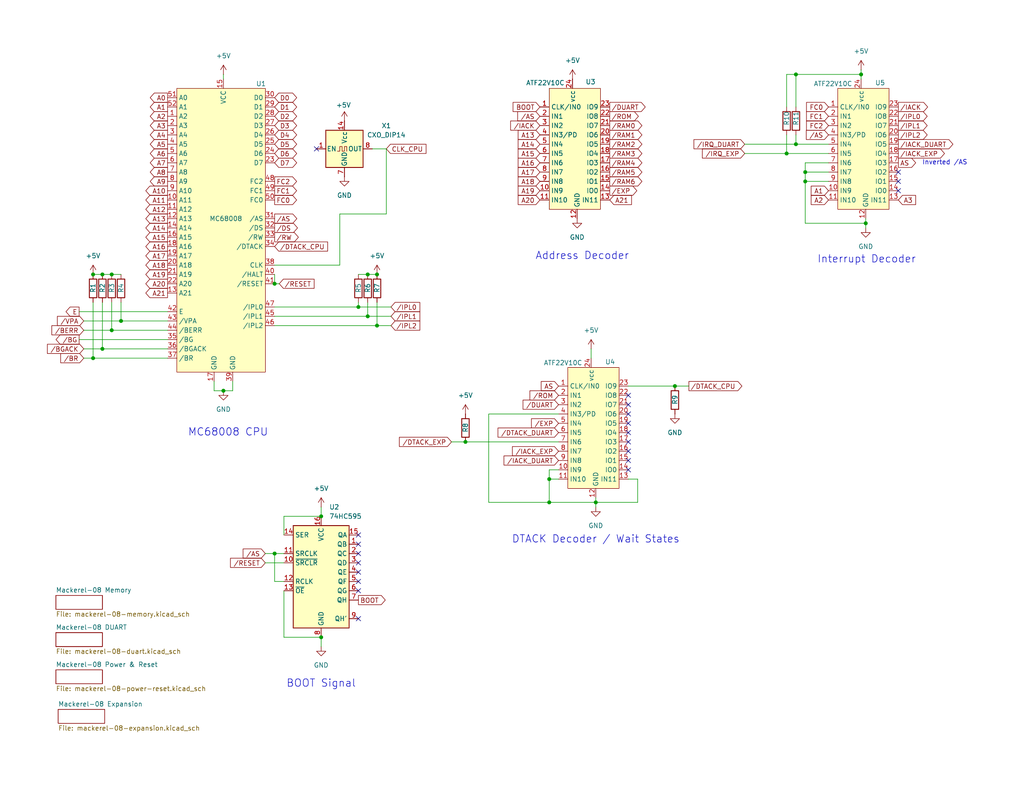
<source format=kicad_sch>
(kicad_sch (version 20231120) (generator "eeschema") (generator_version "8.0")
  (paper "A")
  (title_block (title "Mackerel-08 SBC v1") (date "2024-06-22") (rev "1.0a") (company "Colin Maykish") (comment 1 "github.com/crmaykish/mackerel-68k"))
  (lib_symbols
    (symbol "74xx:74HC595"
      (property "Reference" "U" (at -7.62 13.97 0))
      (property "Value" "74HC595" (at -7.62 -16.51 0))
      (symbol "74HC595_1_0"
        (pin tri_state line (at 10.16 7.62 180) (length 2.54) (name "QB") (number "1"))
        (pin input line (at -10.16 2.54 0) (length 2.54) (name "~{SRCLR}") (number "10"))
        (pin input line (at -10.16 5.08 0) (length 2.54) (name "SRCLK") (number "11"))
        (pin input line (at -10.16 -2.54 0) (length 2.54) (name "RCLK") (number "12"))
        (pin input line (at -10.16 -5.08 0) (length 2.54) (name "~{OE}") (number "13"))
        (pin input line (at -10.16 10.16 0) (length 2.54) (name "SER") (number "14"))
        (pin tri_state line (at 10.16 10.16 180) (length 2.54) (name "QA") (number "15"))
        (pin power_in line (at 0 15.24 270) (length 2.54) (name "VCC") (number "16"))
        (pin tri_state line (at 10.16 5.08 180) (length 2.54) (name "QC") (number "2"))
        (pin tri_state line (at 10.16 2.54 180) (length 2.54) (name "QD") (number "3"))
        (pin tri_state line (at 10.16 0 180) (length 2.54) (name "QE") (number "4"))
        (pin tri_state line (at 10.16 -2.54 180) (length 2.54) (name "QF") (number "5"))
        (pin tri_state line (at 10.16 -5.08 180) (length 2.54) (name "QG") (number "6"))
        (pin tri_state line (at 10.16 -7.62 180) (length 2.54) (name "QH") (number "7"))
        (pin power_in line (at 0 -17.78 90) (length 2.54) (name "GND") (number "8"))
        (pin output line (at 10.16 -12.7 180) (length 2.54) (name "QH'") (number "9"))
      )
      (symbol "74HC595_1_1"
        (rectangle (start -7.62 12.7) (end 7.62 -15.24) (stroke (width 0.254)) (fill (type background)))
      )
    )
    (symbol "Device:R" (pin_numbers hide) (pin_names (offset 0))
      (property "Reference" "R" (at 2.032 0 90))
      (property "Value" "R" (at 0 0 90))
      (symbol "R_0_1"
        (rectangle (start -1.016 -2.54) (end 1.016 2.54) (stroke (width 0.254)))
      )
      (symbol "R_1_1"
        (pin passive line (at 0 3.81 270) (length 1.27) (name "~") (number "1"))
        (pin passive line (at 0 -3.81 90) (length 1.27) (name "~") (number "2"))
      )
    )
    (symbol "Oscillator:CXO_DIP14" (pin_names (offset 0.254))
      (property "Reference" "X" (at -5.08 6.35 0))
      (property "Value" "CXO_DIP14" (at 1.27 -6.35 0))
      (symbol "CXO_DIP14_0_1"
        (rectangle (start -5.08 5.08) (end 5.08 -5.08) (stroke (width 0.254)) (fill (type background)))
        (polyline (pts (xy -1.905 -0.635) (xy -1.27 -0.635) (xy -1.27 0.635) (xy -0.635 0.635) (xy -0.635 -0.635) (xy 0 -0.635) (xy 0 0.635) (xy 0.635 0.635) (xy 0.635 -0.635)))
      )
      (symbol "CXO_DIP14_1_1"
        (pin input line (at -7.62 0 0) (length 2.54) (name "EN") (number "1"))
        (pin power_in line (at 0 7.62 270) (length 2.54) (name "Vcc") (number "14"))
        (pin power_in line (at 0 -7.62 90) (length 2.54) (name "GND") (number "7"))
        (pin output line (at 7.62 0 180) (length 2.54) (name "OUT") (number "8"))
      )
    )
    (symbol "mackerel-68k-symbols:ATF22V10C"
      (property "Reference" "U" (at 1.27 30.48 0))
      (property "Value" "ATF22V10C" (at -12.7 30.48 0))
      (symbol "ATF22V10C_0_1"
        (rectangle (start -10.16 29.21) (end 3.81 -3.81) (fill (type background)))
      )
      (symbol "ATF22V10C_1_1"
        (pin input line (at -12.7 24.13 0) (length 2.54) (name "CLK/IN0") (number "1"))
        (pin input line (at -12.7 1.27 0) (length 2.54) (name "IN9") (number "10"))
        (pin input line (at -12.7 -1.27 0) (length 2.54) (name "IN10") (number "11"))
        (pin power_in line (at -2.54 -6.35 90) (length 2.54) (name "GND") (number "12"))
        (pin input line (at 6.35 -1.27 180) (length 2.54) (name "IN11") (number "13"))
        (pin bidirectional line (at 6.35 1.27 180) (length 2.54) (name "IO0") (number "14"))
        (pin bidirectional line (at 6.35 3.81 180) (length 2.54) (name "IO1") (number "15"))
        (pin bidirectional line (at 6.35 6.35 180) (length 2.54) (name "IO2") (number "16"))
        (pin bidirectional line (at 6.35 8.89 180) (length 2.54) (name "IO3") (number "17"))
        (pin bidirectional line (at 6.35 11.43 180) (length 2.54) (name "IO4") (number "18"))
        (pin bidirectional line (at 6.35 13.97 180) (length 2.54) (name "IO5") (number "19"))
        (pin input line (at -12.7 21.59 0) (length 2.54) (name "IN1") (number "2"))
        (pin bidirectional line (at 6.35 16.51 180) (length 2.54) (name "IO6") (number "20"))
        (pin bidirectional line (at 6.35 19.05 180) (length 2.54) (name "IO7") (number "21"))
        (pin bidirectional line (at 6.35 21.59 180) (length 2.54) (name "IO8") (number "22"))
        (pin bidirectional line (at 6.35 24.13 180) (length 2.54) (name "IO9") (number "23"))
        (pin power_in line (at -3.81 31.75 270) (length 2.54) (name "vcc") (number "24"))
        (pin input line (at -12.7 19.05 0) (length 2.54) (name "IN2") (number "3"))
        (pin input line (at -12.7 16.51 0) (length 2.54) (name "IN3/PD") (number "4"))
        (pin input line (at -12.7 13.97 0) (length 2.54) (name "IN4") (number "5"))
        (pin input line (at -12.7 11.43 0) (length 2.54) (name "IN5") (number "6"))
        (pin input line (at -12.7 8.89 0) (length 2.54) (name "IN6") (number "7"))
        (pin input line (at -12.7 6.35 0) (length 2.54) (name "IN7") (number "8"))
        (pin input line (at -12.7 3.81 0) (length 2.54) (name "IN8") (number "9"))
      )
    )
    (symbol "mackerel-68k-symbols:MC68008"
      (property "Reference" "U" (at 8.89 36.83 0))
      (property "Value" "MC68008" (at 0 -1.27 0))
      (symbol "MC68008_0_1"
        (rectangle (start -12.7 35.56) (end 11.43 -41.91) (fill (type background)))
      )
      (symbol "MC68008_1_1"
        (pin output line (at -15.24 27.94 0) (length 2.54) (name "A2") (number "1"))
        (pin output line (at -15.24 5.08 0) (length 2.54) (name "A11") (number "10"))
        (pin output line (at -15.24 2.54 0) (length 2.54) (name "A12") (number "11"))
        (pin output line (at -15.24 0 0) (length 2.54) (name "A13") (number "12"))
        (pin output line (at -15.24 -20.32 0) (length 2.54) (name "A21") (number "13"))
        (pin output line (at -15.24 -2.54 0) (length 2.54) (name "A14") (number "14"))
        (pin power_in line (at 0 38.1 270) (length 2.54) (name "VCC") (number "15"))
        (pin output line (at -15.24 -5.08 0) (length 2.54) (name "A15") (number "16"))
        (pin power_in line (at -2.54 -44.45 90) (length 2.54) (name "GND") (number "17"))
        (pin output line (at -15.24 -7.62 0) (length 2.54) (name "A16") (number "18"))
        (pin output line (at -15.24 -10.16 0) (length 2.54) (name "A17") (number "19"))
        (pin output line (at -15.24 25.4 0) (length 2.54) (name "A3") (number "2"))
        (pin output line (at -15.24 -12.7 0) (length 2.54) (name "A18") (number "20"))
        (pin output line (at -15.24 -15.24 0) (length 2.54) (name "A19") (number "21"))
        (pin output line (at -15.24 -17.78 0) (length 2.54) (name "A20") (number "22"))
        (pin bidirectional line (at 13.97 15.24 180) (length 2.54) (name "D7") (number "23"))
        (pin bidirectional line (at 13.97 17.78 180) (length 2.54) (name "D6") (number "24"))
        (pin bidirectional line (at 13.97 20.32 180) (length 2.54) (name "D5") (number "25"))
        (pin bidirectional line (at 13.97 22.86 180) (length 2.54) (name "D4") (number "26"))
        (pin bidirectional line (at 13.97 25.4 180) (length 2.54) (name "D3") (number "27"))
        (pin bidirectional line (at 13.97 27.94 180) (length 2.54) (name "D2") (number "28"))
        (pin bidirectional line (at 13.97 30.48 180) (length 2.54) (name "D1") (number "29"))
        (pin output line (at -15.24 22.86 0) (length 2.54) (name "A4") (number "3"))
        (pin bidirectional line (at 13.97 33.02 180) (length 2.54) (name "D0") (number "30"))
        (pin output line (at 13.97 0 180) (length 2.54) (name "/AS") (number "31"))
        (pin output line (at 13.97 -2.54 180) (length 2.54) (name "/DS") (number "32"))
        (pin output line (at 13.97 -5.08 180) (length 2.54) (name "/RW") (number "33"))
        (pin input line (at 13.97 -7.62 180) (length 2.54) (name "/DTACK") (number "34"))
        (pin output line (at -15.24 -33.02 0) (length 2.54) (name "/BG") (number "35"))
        (pin output line (at -15.24 -35.56 0) (length 2.54) (name "/BGACK") (number "36"))
        (pin output line (at -15.24 -38.1 0) (length 2.54) (name "/BR") (number "37"))
        (pin input line (at 13.97 -12.7 180) (length 2.54) (name "CLK") (number "38"))
        (pin power_in line (at 2.54 -44.45 90) (length 2.54) (name "GND") (number "39"))
        (pin output line (at -15.24 20.32 0) (length 2.54) (name "A5") (number "4"))
        (pin input line (at 13.97 -15.24 180) (length 2.54) (name "/HALT") (number "40"))
        (pin input line (at 13.97 -17.78 180) (length 2.54) (name "/RESET") (number "41"))
        (pin output line (at -15.24 -25.4 0) (length 2.54) (name "E") (number "42"))
        (pin output line (at -15.24 -27.94 0) (length 2.54) (name "/VPA") (number "43"))
        (pin output line (at -15.24 -30.48 0) (length 2.54) (name "/BERR") (number "44"))
        (pin input line (at 13.97 -26.67 180) (length 2.54) (name "/IPL1") (number "45"))
        (pin input line (at 13.97 -29.21 180) (length 2.54) (name "/IPL2") (number "46"))
        (pin input line (at 13.97 -24.13 180) (length 2.54) (name "/IPL0") (number "47"))
        (pin output line (at 13.97 10.16 180) (length 2.54) (name "FC2") (number "48"))
        (pin output line (at 13.97 7.62 180) (length 2.54) (name "FC1") (number "49"))
        (pin output line (at -15.24 17.78 0) (length 2.54) (name "A6") (number "5"))
        (pin output line (at 13.97 5.08 180) (length 2.54) (name "FC0") (number "50"))
        (pin output line (at -15.24 33.02 0) (length 2.54) (name "A0") (number "51"))
        (pin output line (at -15.24 30.48 0) (length 2.54) (name "A1") (number "52"))
        (pin output line (at -15.24 15.24 0) (length 2.54) (name "A7") (number "6"))
        (pin output line (at -15.24 12.7 0) (length 2.54) (name "A8") (number "7"))
        (pin output line (at -15.24 10.16 0) (length 2.54) (name "A9") (number "8"))
        (pin output line (at -15.24 7.62 0) (length 2.54) (name "A10") (number "9"))
      )
    )
    (symbol "power:+5V" (power) (pin_numbers hide) (pin_names (offset 0) hide)
      (property "Value" "+5V" (at 0 3.556 0))
      (symbol "+5V_0_1"
        (polyline (pts (xy -0.762 1.27) (xy 0 2.54)))
        (polyline (pts (xy 0 0) (xy 0 2.54)))
        (polyline (pts (xy 0 2.54) (xy 0.762 1.27)))
      )
      (symbol "+5V_1_1"
        (pin power_in line (at 0 0 90) (length 0) (name "~") (number "1"))
      )
    )
    (symbol "power:GND" (power) (pin_numbers hide) (pin_names (offset 0) hide)
      (property "Value" "GND" (at 0 -3.81 0))
      (symbol "GND_0_1"
        (polyline (pts (xy 0 0) (xy 0 -1.27) (xy 1.27 -1.27) (xy 0 -2.54) (xy -1.27 -1.27) (xy 0 -1.27)))
      )
      (symbol "GND_1_1"
        (pin power_in line (at 0 0 270) (length 0) (name "~") (number "1"))
      )
    )
  )
  (bus_alias "A" (members "A0" "A1" "A2" "A3" "A4" "A5" "A6" "A7" "A8" "A19" "A10" "A11" "A12" "A13" "A14" "A15" "A16" "A17" "A18" "A20" "A9" "A21"))
  (bus_alias "D" (members "D0" "D1" "D2" "D3" "D4" "D5" "D6" "D7"))
  (junction (at 27.94 95.25))
  (junction (at 184.15 105.41))
  (junction (at 74.93 151.13))
  (junction (at 162.56 137.16))
  (junction (at 219.71 49.53))
  (junction (at 217.17 20.32))
  (junction (at 60.96 106.68))
  (junction (at 234.95 20.32))
  (junction (at 149.86 130.81))
  (junction (at 236.22 60.96))
  (junction (at 100.33 86.36))
  (junction (at 25.4 97.79))
  (junction (at 87.63 173.99))
  (junction (at 217.17 39.37))
  (junction (at 127 120.65))
  (junction (at 149.86 137.16))
  (junction (at 27.94 74.93))
  (junction (at 219.71 46.99))
  (junction (at 102.87 74.93))
  (junction (at 25.4 74.93))
  (junction (at 97.79 83.82))
  (junction (at 87.63 140.97))
  (junction (at 33.02 87.63))
  (junction (at 74.93 77.47))
  (junction (at 100.33 74.93))
  (junction (at 30.48 74.93))
  (junction (at 102.87 88.9))
  (junction (at 30.48 90.17))
  (junction (at 214.63 41.91))
  (no_connect (at 97.79 156.21))
  (no_connect (at 245.11 49.53))
  (no_connect (at 171.45 115.57))
  (no_connect (at 171.45 123.19))
  (no_connect (at 171.45 128.27))
  (no_connect (at 97.79 161.29))
  (no_connect (at 245.11 52.07))
  (no_connect (at 171.45 125.73))
  (no_connect (at 97.79 148.59))
  (no_connect (at 97.79 158.75))
  (no_connect (at 171.45 120.65))
  (no_connect (at 171.45 113.03))
  (no_connect (at 171.45 110.49))
  (no_connect (at 245.11 46.99))
  (no_connect (at 171.45 118.11))
  (no_connect (at 97.79 146.05))
  (no_connect (at 97.79 151.13))
  (no_connect (at 171.45 107.95))
  (no_connect (at 97.79 153.67))
  (no_connect (at 97.79 168.91))
  (no_connect (at 86.36 40.64))
  (wire (pts (xy 219.71 44.45) (xy 219.71 46.99)))
  (wire (pts (xy 87.63 140.97) (xy 77.47 140.97)))
  (wire (pts (xy 106.68 88.9) (xy 102.87 88.9)))
  (wire (pts (xy 87.63 173.99) (xy 77.47 173.99)))
  (wire (pts (xy 171.45 105.41) (xy 184.15 105.41)))
  (wire (pts (xy 184.15 105.41) (xy 187.96 105.41)))
  (wire (pts (xy 102.87 82.55) (xy 102.87 88.9)))
  (wire (pts (xy 74.93 158.75) (xy 77.47 158.75)))
  (wire (pts (xy 133.35 113.03) (xy 133.35 137.16)))
  (wire (pts (xy 234.95 20.32) (xy 234.95 21.59)))
  (wire (pts (xy 100.33 82.55) (xy 100.33 86.36)))
  (wire (pts (xy 105.41 58.42) (xy 105.41 40.64)))
  (wire (pts (xy 87.63 173.99) (xy 87.63 176.53)))
  (wire (pts (xy 123.19 120.65) (xy 127 120.65)))
  (wire (pts (xy 74.93 72.39) (xy 92.71 72.39)))
  (wire (pts (xy 236.22 60.96) (xy 236.22 59.69)))
  (wire (pts (xy 21.59 85.09) (xy 45.72 85.09)))
  (wire (pts (xy 226.06 49.53) (xy 219.71 49.53)))
  (wire (pts (xy 100.33 86.36) (xy 74.93 86.36)))
  (wire (pts (xy 33.02 87.63) (xy 45.72 87.63)))
  (wire (pts (xy 127 120.65) (xy 152.4 120.65)))
  (wire (pts (xy 74.93 151.13) (xy 77.47 151.13)))
  (wire (pts (xy 58.42 106.68) (xy 60.96 106.68)))
  (wire (pts (xy 152.4 130.81) (xy 149.86 130.81)))
  (wire (pts (xy 173.99 137.16) (xy 162.56 137.16)))
  (wire (pts (xy 97.79 82.55) (xy 97.79 83.82)))
  (wire (pts (xy 152.4 113.03) (xy 133.35 113.03)))
  (wire (pts (xy 105.41 40.64) (xy 101.6 40.64)))
  (wire (pts (xy 214.63 41.91) (xy 226.06 41.91)))
  (wire (pts (xy 30.48 82.55) (xy 30.48 90.17)))
  (wire (pts (xy 203.2 41.91) (xy 214.63 41.91)))
  (wire (pts (xy 226.06 46.99) (xy 219.71 46.99)))
  (wire (pts (xy 203.2 39.37) (xy 217.17 39.37)))
  (wire (pts (xy 149.86 137.16) (xy 162.56 137.16)))
  (wire (pts (xy 217.17 39.37) (xy 226.06 39.37)))
  (wire (pts (xy 33.02 82.55) (xy 33.02 87.63)))
  (wire (pts (xy 162.56 137.16) (xy 162.56 135.89)))
  (wire (pts (xy 58.42 104.14) (xy 58.42 106.68)))
  (wire (pts (xy 97.79 74.93) (xy 100.33 74.93)))
  (wire (pts (xy 63.5 106.68) (xy 60.96 106.68)))
  (wire (pts (xy 161.29 95.25) (xy 161.29 97.79)))
  (wire (pts (xy 214.63 29.21) (xy 214.63 20.32)))
  (wire (pts (xy 149.86 130.81) (xy 149.86 137.16)))
  (wire (pts (xy 217.17 36.83) (xy 217.17 39.37)))
  (wire (pts (xy 219.71 46.99) (xy 219.71 49.53)))
  (wire (pts (xy 219.71 49.53) (xy 219.71 60.96)))
  (wire (pts (xy 92.71 72.39) (xy 92.71 58.42)))
  (wire (pts (xy 217.17 20.32) (xy 217.17 29.21)))
  (wire (pts (xy 106.68 86.36) (xy 100.33 86.36)))
  (wire (pts (xy 92.71 58.42) (xy 105.41 58.42)))
  (wire (pts (xy 214.63 36.83) (xy 214.63 41.91)))
  (wire (pts (xy 102.87 88.9) (xy 74.93 88.9)))
  (wire (pts (xy 27.94 82.55) (xy 27.94 95.25)))
  (wire (pts (xy 21.59 92.71) (xy 45.72 92.71)))
  (wire (pts (xy 234.95 19.05) (xy 234.95 20.32)))
  (wire (pts (xy 25.4 74.93) (xy 27.94 74.93)))
  (wire (pts (xy 97.79 83.82) (xy 74.93 83.82)))
  (wire (pts (xy 100.33 74.93) (xy 102.87 74.93)))
  (wire (pts (xy 149.86 128.27) (xy 149.86 130.81)))
  (wire (pts (xy 87.63 138.43) (xy 87.63 140.97)))
  (wire (pts (xy 22.86 95.25) (xy 27.94 95.25)))
  (wire (pts (xy 152.4 128.27) (xy 149.86 128.27)))
  (wire (pts (xy 236.22 62.23) (xy 236.22 60.96)))
  (wire (pts (xy 45.72 97.79) (xy 25.4 97.79)))
  (wire (pts (xy 22.86 97.79) (xy 25.4 97.79)))
  (wire (pts (xy 63.5 104.14) (xy 63.5 106.68)))
  (wire (pts (xy 72.39 151.13) (xy 74.93 151.13)))
  (wire (pts (xy 60.96 20.32) (xy 60.96 21.59)))
  (wire (pts (xy 74.93 74.93) (xy 74.93 77.47)))
  (wire (pts (xy 25.4 82.55) (xy 25.4 97.79)))
  (wire (pts (xy 74.93 158.75) (xy 74.93 151.13)))
  (wire (pts (xy 27.94 74.93) (xy 30.48 74.93)))
  (wire (pts (xy 22.86 87.63) (xy 33.02 87.63)))
  (wire (pts (xy 72.39 153.67) (xy 77.47 153.67)))
  (wire (pts (xy 30.48 74.93) (xy 33.02 74.93)))
  (wire (pts (xy 226.06 44.45) (xy 219.71 44.45)))
  (wire (pts (xy 173.99 130.81) (xy 173.99 137.16)))
  (wire (pts (xy 214.63 20.32) (xy 217.17 20.32)))
  (wire (pts (xy 77.47 173.99) (xy 77.47 161.29)))
  (wire (pts (xy 106.68 83.82) (xy 97.79 83.82)))
  (wire (pts (xy 45.72 95.25) (xy 27.94 95.25)))
  (wire (pts (xy 162.56 138.43) (xy 162.56 137.16)))
  (wire (pts (xy 77.47 140.97) (xy 77.47 146.05)))
  (wire (pts (xy 76.2 77.47) (xy 74.93 77.47)))
  (wire (pts (xy 171.45 130.81) (xy 173.99 130.81)))
  (wire (pts (xy 45.72 90.17) (xy 30.48 90.17)))
  (wire (pts (xy 219.71 60.96) (xy 236.22 60.96)))
  (wire (pts (xy 22.86 90.17) (xy 30.48 90.17)))
  (wire (pts (xy 217.17 20.32) (xy 234.95 20.32)))
  (wire (pts (xy 133.35 137.16) (xy 149.86 137.16)))
  (text "DTACK Decoder / Wait States" (at 162.56 147.32 0) (effects (font (size 2.032 2.032))))
  (text "MC68008 CPU" (at 62.23 118.11 0) (effects (font (size 2.032 2.032))))
  (text "Inverted /AS" (at 257.81 44.45 0) (effects (font (size 1.27 1.27))))
  (text "BOOT Signal" (at 87.63 186.69 0) (effects (font (size 2.032 2.032))))
  (text "Interrupt Decoder" (at 236.474 70.866 0) (effects (font (size 2.032 2.032))))
  (text "Address Decoder" (at 146.05 71.12 0) (effects (font (size 2.032 2.032)) (justify left bottom)))
  (global_label "A19" (shape input) (at 147.32 52.07 180) (property "Intersheetrefs" "${INTERSHEET_REFS}" (effects (hide yes))))
  (global_label "A12" (shape output) (at 45.72 57.15 180) (property "Intersheetrefs" "${INTERSHEET_REFS}" (effects (hide yes))))
  (global_label "A7" (shape output) (at 45.72 44.45 180) (property "Intersheetrefs" "${INTERSHEET_REFS}" (effects (hide yes))))
  (global_label "A6" (shape output) (at 45.72 41.91 180) (property "Intersheetrefs" "${INTERSHEET_REFS}" (effects (hide yes))))
  (global_label "{slash}IPL1" (shape input) (at 106.68 86.36 0) (property "Intersheetrefs" "${INTERSHEET_REFS}" (effects (hide yes))))
  (global_label "D5" (shape bidirectional) (at 74.93 39.37 0) (property "Intersheetrefs" "${INTERSHEET_REFS}" (effects (hide yes))))
  (global_label "{slash}RAM0" (shape output) (at 166.37 34.29 0) (property "Intersheetrefs" "${INTERSHEET_REFS}" (effects (hide yes))))
  (global_label "{slash}IRQ_DUART" (shape input) (at 203.2 39.37 180) (property "Intersheetrefs" "${INTERSHEET_REFS}" (effects (hide yes))))
  (global_label "{slash}AS" (shape input) (at 147.32 31.75 180) (property "Intersheetrefs" "${INTERSHEET_REFS}" (effects (hide yes))))
  (global_label "BOOT" (shape output) (at 97.79 163.83 0) (property "Intersheetrefs" "${INTERSHEET_REFS}" (effects (hide yes))))
  (global_label "{slash}DTACK_CPU" (shape output) (at 187.96 105.41 0) (property "Intersheetrefs" "${INTERSHEET_REFS}" (effects (hide yes))))
  (global_label "E" (shape output) (at 21.59 85.09 180) (property "Intersheetrefs" "${INTERSHEET_REFS}" (effects (hide yes))))
  (global_label "A15" (shape output) (at 45.72 64.77 180) (property "Intersheetrefs" "${INTERSHEET_REFS}" (effects (hide yes))))
  (global_label "A15" (shape input) (at 147.32 41.91 180) (property "Intersheetrefs" "${INTERSHEET_REFS}" (effects (hide yes))))
  (global_label "AS" (shape output) (at 245.11 44.45 0) (property "Intersheetrefs" "${INTERSHEET_REFS}" (effects (hide yes))))
  (global_label "A10" (shape output) (at 45.72 52.07 180) (property "Intersheetrefs" "${INTERSHEET_REFS}" (effects (hide yes))))
  (global_label "{slash}RAM5" (shape output) (at 166.37 46.99 0) (property "Intersheetrefs" "${INTERSHEET_REFS}" (effects (hide yes))))
  (global_label "{slash}RW" (shape output) (at 74.93 64.77 0) (property "Intersheetrefs" "${INTERSHEET_REFS}" (effects (hide yes))))
  (global_label "A20" (shape input) (at 147.32 54.61 180) (property "Intersheetrefs" "${INTERSHEET_REFS}" (effects (hide yes))))
  (global_label "A3" (shape input) (at 245.11 54.61 0) (property "Intersheetrefs" "${INTERSHEET_REFS}" (effects (hide yes))))
  (global_label "{slash}DUART" (shape output) (at 166.37 29.21 0) (property "Intersheetrefs" "${INTERSHEET_REFS}" (effects (hide yes))))
  (global_label "{slash}BERR" (shape input) (at 22.86 90.17 180) (property "Intersheetrefs" "${INTERSHEET_REFS}" (effects (hide yes))))
  (global_label "{slash}BG" (shape output) (at 21.59 92.71 180) (property "Intersheetrefs" "${INTERSHEET_REFS}" (effects (hide yes))))
  (global_label "A14" (shape output) (at 45.72 62.23 180) (property "Intersheetrefs" "${INTERSHEET_REFS}" (effects (hide yes))))
  (global_label "CLK_CPU" (shape input) (at 105.41 40.64 0) (property "Intersheetrefs" "${INTERSHEET_REFS}" (effects (hide yes))))
  (global_label "A13" (shape input) (at 147.32 36.83 180) (property "Intersheetrefs" "${INTERSHEET_REFS}" (effects (hide yes))))
  (global_label "A18" (shape output) (at 45.72 72.39 180) (property "Intersheetrefs" "${INTERSHEET_REFS}" (effects (hide yes))))
  (global_label "{slash}IPL1" (shape output) (at 245.11 34.29 0) (property "Intersheetrefs" "${INTERSHEET_REFS}" (effects (hide yes))))
  (global_label "A4" (shape output) (at 45.72 36.83 180) (property "Intersheetrefs" "${INTERSHEET_REFS}" (effects (hide yes))))
  (global_label "{slash}RAM3" (shape output) (at 166.37 41.91 0) (property "Intersheetrefs" "${INTERSHEET_REFS}" (effects (hide yes))))
  (global_label "{slash}IACK" (shape output) (at 245.11 29.21 0) (property "Intersheetrefs" "${INTERSHEET_REFS}" (effects (hide yes))))
  (global_label "A20" (shape output) (at 45.72 77.47 180) (property "Intersheetrefs" "${INTERSHEET_REFS}" (effects (hide yes))))
  (global_label "{slash}IACK_EXP" (shape output) (at 245.11 41.91 0) (property "Intersheetrefs" "${INTERSHEET_REFS}" (effects (hide yes))))
  (global_label "{slash}RAM1" (shape output) (at 166.37 36.83 0) (property "Intersheetrefs" "${INTERSHEET_REFS}" (effects (hide yes))))
  (global_label "AS" (shape input) (at 152.4 105.41 180) (property "Intersheetrefs" "${INTERSHEET_REFS}" (effects (hide yes))))
  (global_label "A21" (shape output) (at 45.72 80.01 180) (property "Intersheetrefs" "${INTERSHEET_REFS}" (effects (hide yes))))
  (global_label "{slash}IACK_EXP" (shape input) (at 152.4 123.19 180) (property "Intersheetrefs" "${INTERSHEET_REFS}" (effects (hide yes))))
  (global_label "A16" (shape input) (at 147.32 44.45 180) (property "Intersheetrefs" "${INTERSHEET_REFS}" (effects (hide yes))))
  (global_label "{slash}IACK" (shape input) (at 147.32 34.29 180) (property "Intersheetrefs" "${INTERSHEET_REFS}" (effects (hide yes))))
  (global_label "{slash}RAM6" (shape output) (at 166.37 49.53 0) (property "Intersheetrefs" "${INTERSHEET_REFS}" (effects (hide yes))))
  (global_label "A17" (shape input) (at 147.32 46.99 180) (property "Intersheetrefs" "${INTERSHEET_REFS}" (effects (hide yes))))
  (global_label "A16" (shape output) (at 45.72 67.31 180) (property "Intersheetrefs" "${INTERSHEET_REFS}" (effects (hide yes))))
  (global_label "{slash}EXP" (shape input) (at 152.4 115.57 180) (property "Intersheetrefs" "${INTERSHEET_REFS}" (effects (hide yes))))
  (global_label "A19" (shape output) (at 45.72 74.93 180) (property "Intersheetrefs" "${INTERSHEET_REFS}" (effects (hide yes))))
  (global_label "{slash}AS" (shape output) (at 74.93 59.69 0) (property "Intersheetrefs" "${INTERSHEET_REFS}" (effects (hide yes))))
  (global_label "A5" (shape output) (at 45.72 39.37 180) (property "Intersheetrefs" "${INTERSHEET_REFS}" (effects (hide yes))))
  (global_label "A13" (shape output) (at 45.72 59.69 180) (property "Intersheetrefs" "${INTERSHEET_REFS}" (effects (hide yes))))
  (global_label "BOOT" (shape input) (at 147.32 29.21 180) (property "Intersheetrefs" "${INTERSHEET_REFS}" (effects (hide yes))))
  (global_label "{slash}IPL0" (shape input) (at 106.68 83.82 0) (property "Intersheetrefs" "${INTERSHEET_REFS}" (effects (hide yes))))
  (global_label "A1" (shape output) (at 45.72 29.21 180) (property "Intersheetrefs" "${INTERSHEET_REFS}" (effects (hide yes))))
  (global_label "D6" (shape bidirectional) (at 74.93 41.91 0) (property "Intersheetrefs" "${INTERSHEET_REFS}" (effects (hide yes))))
  (global_label "D3" (shape bidirectional) (at 74.93 34.29 0) (property "Intersheetrefs" "${INTERSHEET_REFS}" (effects (hide yes))))
  (global_label "{slash}DTACK_CPU" (shape input) (at 74.93 67.31 0) (property "Intersheetrefs" "${INTERSHEET_REFS}" (effects (hide yes))))
  (global_label "D1" (shape bidirectional) (at 74.93 29.21 0) (property "Intersheetrefs" "${INTERSHEET_REFS}" (effects (hide yes))))
  (global_label "{slash}IPL2" (shape input) (at 106.68 88.9 0) (property "Intersheetrefs" "${INTERSHEET_REFS}" (effects (hide yes))))
  (global_label "A21" (shape input) (at 166.37 54.61 0) (property "Intersheetrefs" "${INTERSHEET_REFS}" (effects (hide yes))))
  (global_label "A18" (shape input) (at 147.32 49.53 180) (property "Intersheetrefs" "${INTERSHEET_REFS}" (effects (hide yes))))
  (global_label "A1" (shape input) (at 226.06 52.07 180) (property "Intersheetrefs" "${INTERSHEET_REFS}" (effects (hide yes))))
  (global_label "A3" (shape output) (at 45.72 34.29 180) (property "Intersheetrefs" "${INTERSHEET_REFS}" (effects (hide yes))))
  (global_label "FC0" (shape output) (at 74.93 54.61 0) (property "Intersheetrefs" "${INTERSHEET_REFS}" (effects (hide yes))))
  (global_label "{slash}DUART" (shape input) (at 152.4 110.49 180) (property "Intersheetrefs" "${INTERSHEET_REFS}" (effects (hide yes))))
  (global_label "{slash}DTACK_DUART" (shape input) (at 152.4 118.11 180) (property "Intersheetrefs" "${INTERSHEET_REFS}" (effects (hide yes))))
  (global_label "A9" (shape output) (at 45.72 49.53 180) (property "Intersheetrefs" "${INTERSHEET_REFS}" (effects (hide yes))))
  (global_label "D0" (shape bidirectional) (at 74.93 26.67 0) (property "Intersheetrefs" "${INTERSHEET_REFS}" (effects (hide yes))))
  (global_label "D2" (shape bidirectional) (at 74.93 31.75 0) (property "Intersheetrefs" "${INTERSHEET_REFS}" (effects (hide yes))))
  (global_label "{slash}RAM2" (shape output) (at 166.37 39.37 0) (property "Intersheetrefs" "${INTERSHEET_REFS}" (effects (hide yes))))
  (global_label "FC2" (shape output) (at 74.93 49.53 0) (property "Intersheetrefs" "${INTERSHEET_REFS}" (effects (hide yes))))
  (global_label "{slash}IACK_DUART" (shape input) (at 152.4 125.73 180) (property "Intersheetrefs" "${INTERSHEET_REFS}" (effects (hide yes))))
  (global_label "A2" (shape output) (at 45.72 31.75 180) (property "Intersheetrefs" "${INTERSHEET_REFS}" (effects (hide yes))))
  (global_label "FC1" (shape output) (at 74.93 52.07 0) (property "Intersheetrefs" "${INTERSHEET_REFS}" (effects (hide yes))))
  (global_label "{slash}IACK_DUART" (shape output) (at 245.11 39.37 0) (property "Intersheetrefs" "${INTERSHEET_REFS}" (effects (hide yes))))
  (global_label "{slash}ROM" (shape input) (at 152.4 107.95 180) (property "Intersheetrefs" "${INTERSHEET_REFS}" (effects (hide yes))))
  (global_label "A11" (shape output) (at 45.72 54.61 180) (property "Intersheetrefs" "${INTERSHEET_REFS}" (effects (hide yes))))
  (global_label "A0" (shape output) (at 45.72 26.67 180) (property "Intersheetrefs" "${INTERSHEET_REFS}" (effects (hide yes))))
  (global_label "FC1" (shape input) (at 226.06 31.75 180) (property "Intersheetrefs" "${INTERSHEET_REFS}" (effects (hide yes))))
  (global_label "{slash}IPL0" (shape output) (at 245.11 31.75 0) (property "Intersheetrefs" "${INTERSHEET_REFS}" (effects (hide yes))))
  (global_label "{slash}RAM4" (shape output) (at 166.37 44.45 0) (property "Intersheetrefs" "${INTERSHEET_REFS}" (effects (hide yes))))
  (global_label "FC2" (shape input) (at 226.06 34.29 180) (property "Intersheetrefs" "${INTERSHEET_REFS}" (effects (hide yes))))
  (global_label "A2" (shape input) (at 226.06 54.61 180) (property "Intersheetrefs" "${INTERSHEET_REFS}" (effects (hide yes))))
  (global_label "{slash}DS" (shape output) (at 74.93 62.23 0) (property "Intersheetrefs" "${INTERSHEET_REFS}" (effects (hide yes))))
  (global_label "{slash}EXP" (shape output) (at 166.37 52.07 0) (property "Intersheetrefs" "${INTERSHEET_REFS}" (effects (hide yes))))
  (global_label "{slash}BR" (shape input) (at 22.86 97.79 180) (property "Intersheetrefs" "${INTERSHEET_REFS}" (effects (hide yes))))
  (global_label "{slash}DTACK_EXP" (shape input) (at 123.19 120.65 180) (property "Intersheetrefs" "${INTERSHEET_REFS}" (effects (hide yes))))
  (global_label "D7" (shape bidirectional) (at 74.93 44.45 0) (property "Intersheetrefs" "${INTERSHEET_REFS}" (effects (hide yes))))
  (global_label "A8" (shape output) (at 45.72 46.99 180) (property "Intersheetrefs" "${INTERSHEET_REFS}" (effects (hide yes))))
  (global_label "{slash}AS" (shape input) (at 226.06 36.83 180) (property "Intersheetrefs" "${INTERSHEET_REFS}" (effects (hide yes))))
  (global_label "{slash}IRQ_EXP" (shape input) (at 203.2 41.91 180) (property "Intersheetrefs" "${INTERSHEET_REFS}" (effects (hide yes))))
  (global_label "{slash}BGACK" (shape input) (at 22.86 95.25 180) (property "Intersheetrefs" "${INTERSHEET_REFS}" (effects (hide yes))))
  (global_label "A14" (shape input) (at 147.32 39.37 180) (property "Intersheetrefs" "${INTERSHEET_REFS}" (effects (hide yes))))
  (global_label "{slash}IPL2" (shape output) (at 245.11 36.83 0) (property "Intersheetrefs" "${INTERSHEET_REFS}" (effects (hide yes))))
  (global_label "{slash}RESET" (shape input) (at 72.39 153.67 180) (property "Intersheetrefs" "${INTERSHEET_REFS}" (effects (hide yes))))
  (global_label "D4" (shape bidirectional) (at 74.93 36.83 0) (property "Intersheetrefs" "${INTERSHEET_REFS}" (effects (hide yes))))
  (global_label "{slash}RESET" (shape input) (at 76.2 77.47 0) (property "Intersheetrefs" "${INTERSHEET_REFS}" (effects (hide yes))))
  (global_label "A17" (shape output) (at 45.72 69.85 180) (property "Intersheetrefs" "${INTERSHEET_REFS}" (effects (hide yes))))
  (global_label "{slash}VPA" (shape input) (at 22.86 87.63 180) (property "Intersheetrefs" "${INTERSHEET_REFS}" (effects (hide yes))))
  (global_label "{slash}ROM" (shape output) (at 166.37 31.75 0) (property "Intersheetrefs" "${INTERSHEET_REFS}" (effects (hide yes))))
  (global_label "{slash}AS" (shape input) (at 72.39 151.13 180) (property "Intersheetrefs" "${INTERSHEET_REFS}" (effects (hide yes))))
  (global_label "FC0" (shape input) (at 226.06 29.21 180) (property "Intersheetrefs" "${INTERSHEET_REFS}" (effects (hide yes))))
  (symbol (lib_id "power:+5V") (at 127 113.03 0) (unit 1)
    (property "Reference" "#PWR09" (effects (hide yes)))
    (property "Value" "+5V" (at 127 107.95 0))
    (property "Description" "Power symbol creates a global label with name \"+5V\"" (effects (hide yes)))
  )
  (symbol (lib_id "power:+5V") (at 60.96 20.32 0) (unit 1)
    (property "Reference" "#PWR02" (effects (hide yes)))
    (property "Value" "+5V" (at 60.96 15.24 0))
    (property "Description" "Power symbol creates a global label with name \"+5V\"" (effects (hide yes)))
  )
  (symbol (lib_id "Device:R") (at 27.94 78.74 180) (unit 1)
    (property "Reference" "R2" (at 27.94 80.01 90) (effects (justify right)))
    (property "Value" "R" (effects (hide yes)))
    (property "Footprint" "Resistor_SMD:R_1206_3216Metric_Pad1.30x1.75mm_HandSolder" (effects (hide yes)))
    (property "Description" "Resistor" (effects (hide yes)))
  )
  (symbol (lib_id "power:+5V") (at 93.98 33.02 0) (unit 1)
    (property "Reference" "#PWR06" (effects (hide yes)))
    (property "Value" "+5V" (at 93.726 28.702 0))
    (property "Description" "Power symbol creates a global label with name \"+5V\"" (effects (hide yes)))
  )
  (symbol (lib_id "Device:R") (at 214.63 33.02 0) (unit 1)
    (property "Reference" "R10" (at 214.63 34.29 90) (effects (justify left)))
    (property "Value" "R" (effects (hide yes)))
    (property "Footprint" "Resistor_SMD:R_1206_3216Metric_Pad1.30x1.75mm_HandSolder" (effects (hide yes)))
    (property "Description" "Resistor" (effects (hide yes)))
  )
  (symbol (lib_id "power:+5V") (at 161.29 95.25 0) (unit 1)
    (property "Reference" "#PWR012" (effects (hide yes)))
    (property "Value" "+5V" (at 161.29 90.17 0))
    (property "Description" "Power symbol creates a global label with name \"+5V\"" (effects (hide yes)))
  )
  (symbol (lib_id "power:GND") (at 236.22 62.23 0) (unit 1)
    (property "Reference" "#PWR016" (effects (hide yes)))
    (property "Value" "GND" (at 236.22 67.31 0))
    (property "Description" "Power symbol creates a global label with name \"GND\" , ground" (effects (hide yes)))
  )
  (symbol (lib_id "mackerel-68k-symbols:ATF22V10C") (at 165.1 129.54 0) (unit 1)
    (property "Reference" "U4" (at 165.1 98.806 0) (effects (justify left)))
    (property "Value" "ATF22V10C" (at 148.336 99.06 0) (effects (justify left)))
    (property "Footprint" "Package_DIP:DIP-24_W7.62mm" (effects (hide yes)))
  )
  (symbol (lib_id "mackerel-68k-symbols:ATF22V10C") (at 238.76 53.34 0) (unit 1)
    (property "Reference" "U5" (at 238.76 22.606 0) (effects (justify left)))
    (property "Value" "ATF22V10C" (at 221.996 22.86 0) (effects (justify left)))
    (property "Footprint" "Package_DIP:DIP-24_W7.62mm" (effects (hide yes)))
  )
  (symbol (lib_id "Oscillator:CXO_DIP14") (at 93.98 40.64 0) (unit 1)
    (property "Reference" "X1" (at 105.41 34.3214 0))
    (property "Value" "CXO_DIP14" (at 105.41 36.8614 0))
    (property "Footprint" "Oscillator:Oscillator_DIP-14" (effects (hide yes)))
    (property "Datasheet" "http://cdn-reichelt.de/documents/datenblatt/B400/OSZI.pdf" (effects (hide yes)))
    (property "Description" "Crystal Clock Oscillator, DIP14-style metal package" (effects (hide yes)))
  )
  (symbol (lib_id "power:GND") (at 162.56 138.43 0) (unit 1)
    (property "Reference" "#PWR013" (effects (hide yes)))
    (property "Value" "GND" (at 162.56 143.51 0))
    (property "Description" "Power symbol creates a global label with name \"GND\" , ground" (effects (hide yes)))
  )
  (symbol (lib_id "Device:R") (at 25.4 78.74 180) (unit 1)
    (property "Reference" "R1" (at 25.4 80.01 90) (effects (justify right)))
    (property "Value" "R" (effects (hide yes)))
    (property "Footprint" "Resistor_SMD:R_1206_3216Metric_Pad1.30x1.75mm_HandSolder" (effects (hide yes)))
    (property "Description" "Resistor" (effects (hide yes)))
  )
  (symbol (lib_id "power:GND") (at 157.48 59.69 0) (unit 1)
    (property "Reference" "#PWR011" (effects (hide yes)))
    (property "Value" "GND" (at 157.48 64.77 0))
    (property "Description" "Power symbol creates a global label with name \"GND\" , ground" (effects (hide yes)))
  )
  (symbol (lib_id "power:GND") (at 184.15 113.03 0) (unit 1)
    (property "Reference" "#PWR014" (effects (hide yes)))
    (property "Value" "GND" (at 184.15 118.11 0))
    (property "Description" "Power symbol creates a global label with name \"GND\" , ground" (effects (hide yes)))
  )
  (symbol (lib_id "Device:R") (at 100.33 78.74 180) (unit 1)
    (property "Reference" "R6" (at 100.33 80.01 90) (effects (justify right)))
    (property "Value" "R" (effects (hide yes)))
    (property "Footprint" "Resistor_SMD:R_1206_3216Metric_Pad1.30x1.75mm_HandSolder" (effects (hide yes)))
    (property "Description" "Resistor" (effects (hide yes)))
  )
  (symbol (lib_id "mackerel-68k-symbols:MC68008") (at 60.96 59.69 0) (unit 1)
    (property "Reference" "U1" (at 69.85 22.86 0) (effects (justify left)))
    (property "Value" "MC68008" (at 57.15 59.69 0) (effects (justify left)))
    (property "Footprint" "Package_LCC:PLCC-52_THT-Socket" (effects (hide yes)))
  )
  (symbol (lib_id "Device:R") (at 30.48 78.74 180) (unit 1)
    (property "Reference" "R3" (at 30.48 80.01 90) (effects (justify right)))
    (property "Value" "R" (effects (hide yes)))
    (property "Footprint" "Resistor_SMD:R_1206_3216Metric_Pad1.30x1.75mm_HandSolder" (effects (hide yes)))
    (property "Description" "Resistor" (effects (hide yes)))
  )
  (symbol (lib_id "Device:R") (at 102.87 78.74 180) (unit 1)
    (property "Reference" "R7" (at 102.87 80.01 90) (effects (justify right)))
    (property "Value" "R" (effects (hide yes)))
    (property "Footprint" "Resistor_SMD:R_1206_3216Metric_Pad1.30x1.75mm_HandSolder" (effects (hide yes)))
    (property "Description" "Resistor" (effects (hide yes)))
  )
  (symbol (lib_id "power:+5V") (at 234.95 19.05 0) (unit 1)
    (property "Reference" "#PWR015" (effects (hide yes)))
    (property "Value" "+5V" (at 234.95 13.97 0))
    (property "Description" "Power symbol creates a global label with name \"+5V\"" (effects (hide yes)))
  )
  (symbol (lib_id "Device:R") (at 33.02 78.74 180) (unit 1)
    (property "Reference" "R4" (at 33.02 80.01 90) (effects (justify right)))
    (property "Value" "R" (effects (hide yes)))
    (property "Footprint" "Resistor_SMD:R_1206_3216Metric_Pad1.30x1.75mm_HandSolder" (effects (hide yes)))
    (property "Description" "Resistor" (effects (hide yes)))
  )
  (symbol (lib_id "74xx:74HC595") (at 87.63 156.21 0) (unit 1)
    (property "Reference" "U2" (at 89.8241 138.43 0) (effects (justify left)))
    (property "Value" "74HC595" (at 89.8241 140.97 0) (effects (justify left)))
    (property "Footprint" "Package_DIP:DIP-16_W7.62mm" (effects (hide yes)))
    (property "Datasheet" "http://www.ti.com/lit/ds/symlink/sn74hc595.pdf" (effects (hide yes)))
    (property "Description" "8-bit serial in/out Shift Register 3-State Outputs" (effects (hide yes)))
  )
  (symbol (lib_id "power:+5V") (at 25.4 74.93 0) (unit 1)
    (property "Reference" "#PWR01" (effects (hide yes)))
    (property "Value" "+5V" (at 25.4 69.85 0))
    (property "Description" "Power symbol creates a global label with name \"+5V\"" (effects (hide yes)))
  )
  (symbol (lib_id "mackerel-68k-symbols:ATF22V10C") (at 160.02 53.34 0) (unit 1)
    (property "Reference" "U3" (at 159.766 22.352 0) (effects (justify left)))
    (property "Value" "ATF22V10C" (at 143.51 22.606 0) (effects (justify left)))
    (property "Footprint" "Package_DIP:DIP-24_W7.62mm" (effects (hide yes)))
  )
  (symbol (lib_id "power:GND") (at 60.96 106.68 0) (unit 1)
    (property "Reference" "#PWR03" (effects (hide yes)))
    (property "Value" "GND" (at 60.96 111.76 0))
    (property "Description" "Power symbol creates a global label with name \"GND\" , ground" (effects (hide yes)))
  )
  (symbol (lib_id "power:+5V") (at 102.87 74.93 0) (unit 1)
    (property "Reference" "#PWR08" (effects (hide yes)))
    (property "Value" "+5V" (at 102.87 69.85 0))
    (property "Description" "Power symbol creates a global label with name \"+5V\"" (effects (hide yes)))
  )
  (symbol (lib_id "power:+5V") (at 156.21 21.59 0) (unit 1)
    (property "Reference" "#PWR010" (effects (hide yes)))
    (property "Value" "+5V" (at 156.21 16.51 0))
    (property "Description" "Power symbol creates a global label with name \"+5V\"" (effects (hide yes)))
  )
  (symbol (lib_id "Device:R") (at 127 116.84 0) (unit 1)
    (property "Reference" "R8" (at 127 118.11 90) (effects (justify left)))
    (property "Value" "R" (effects (hide yes)))
    (property "Footprint" "Resistor_SMD:R_1206_3216Metric_Pad1.30x1.75mm_HandSolder" (effects (hide yes)))
    (property "Description" "Resistor" (effects (hide yes)))
  )
  (symbol (lib_id "power:GND") (at 93.98 48.26 0) (unit 1)
    (property "Reference" "#PWR07" (effects (hide yes)))
    (property "Value" "GND" (at 93.98 53.34 0))
    (property "Description" "Power symbol creates a global label with name \"GND\" , ground" (effects (hide yes)))
  )
  (symbol (lib_id "Device:R") (at 97.79 78.74 180) (unit 1)
    (property "Reference" "R5" (at 97.79 80.01 90) (effects (justify right)))
    (property "Value" "R" (effects (hide yes)))
    (property "Footprint" "Resistor_SMD:R_1206_3216Metric_Pad1.30x1.75mm_HandSolder" (effects (hide yes)))
    (property "Description" "Resistor" (effects (hide yes)))
  )
  (symbol (lib_id "power:GND") (at 87.63 176.53 0) (unit 1)
    (property "Reference" "#PWR05" (effects (hide yes)))
    (property "Value" "GND" (at 87.63 181.61 0))
    (property "Description" "Power symbol creates a global label with name \"GND\" , ground" (effects (hide yes)))
  )
  (symbol (lib_id "power:+5V") (at 87.63 138.43 0) (unit 1)
    (property "Reference" "#PWR04" (effects (hide yes)))
    (property "Value" "+5V" (at 87.63 133.35 0))
    (property "Description" "Power symbol creates a global label with name \"+5V\"" (effects (hide yes)))
  )
  (symbol (lib_id "Device:R") (at 184.15 109.22 0) (unit 1)
    (property "Reference" "R9" (at 184.15 110.49 90) (effects (justify left)))
    (property "Value" "R" (effects (hide yes)))
    (property "Footprint" "Resistor_SMD:R_1206_3216Metric_Pad1.30x1.75mm_HandSolder" (effects (hide yes)))
    (property "Description" "Resistor" (effects (hide yes)))
  )
  (symbol (lib_id "Device:R") (at 217.17 33.02 0) (unit 1)
    (property "Reference" "R11" (at 217.17 34.29 90) (effects (justify left)))
    (property "Value" "R" (effects (hide yes)))
    (property "Footprint" "Resistor_SMD:R_1206_3216Metric_Pad1.30x1.75mm_HandSolder" (effects (hide yes)))
    (property "Description" "Resistor" (effects (hide yes)))
  )
  (sheet (at 15.24 172.72) (size 12.7 3.81) (stroke (width 0.1524))
    (property "Sheetname" "Mackerel-08 DUART" (at 15.24 172.0084 0) (effects (justify left bottom)))
    (property "Sheetfile" "mackerel-08-duart.kicad_sch" (at 15.24 177.1146 0) (effects (justify left top)))
  )
  (sheet (at 15.24 162.56) (size 12.7 3.81) (stroke (width 0.1524))
    (property "Sheetname" "Mackerel-08 Memory" (at 15.24 161.8484 0) (effects (justify left bottom)))
    (property "Sheetfile" "mackerel-08-memory.kicad_sch" (at 15.24 166.9546 0) (effects (justify left top)))
  )
  (sheet (at 15.875 193.675) (size 12.7 3.81) (stroke (width 0.1524))
    (property "Sheetname" "Mackerel-08 Expansion" (at 15.875 192.9634 0) (effects (justify left bottom)))
    (property "Sheetfile" "mackerel-08-expansion.kicad_sch" (at 15.875 198.0696 0) (effects (justify left top)))
  )
  (sheet (at 15.24 182.88) (size 12.7 3.81) (stroke (width 0.1524))
    (property "Sheetname" "Mackerel-08 Power & Reset" (at 15.24 182.1684 0) (effects (justify left bottom)))
    (property "Sheetfile" "mackerel-08-power-reset.kicad_sch" (at 15.24 187.2746 0) (effects (justify left top)))
  )
)
</source>
